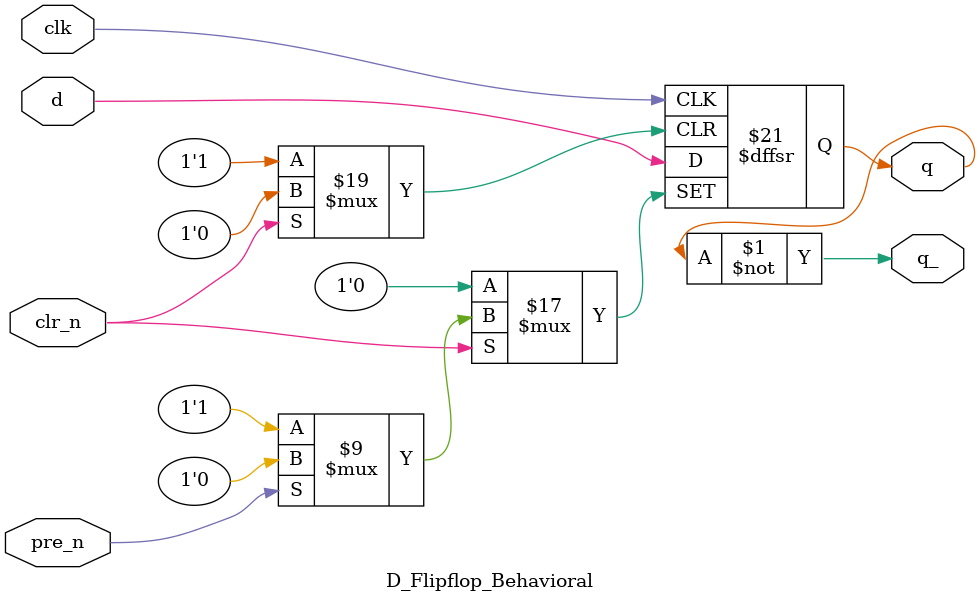
<source format=v>
`timescale 1ns / 1ps


module D_Flipflop_Behavioral(
    q,          // q
    q_,         // q bar
    clk,        // clock
    pre_n,      // preset bar
    clr_n,      // clear bar
    d           // d
    );
    
    output reg q;
    output q_;
    input clk;
    input pre_n;
    input clr_n;
    input d;
    
    assign q_ = ~q;
    
    always@(posedge clk, negedge pre_n, negedge clr_n)
    begin
        if(!pre_n)
            q <= 1'b1;
        
        else if(!clr_n)
            q <= 1'b0;
            
        else
            q <= d;
    end
endmodule

</source>
